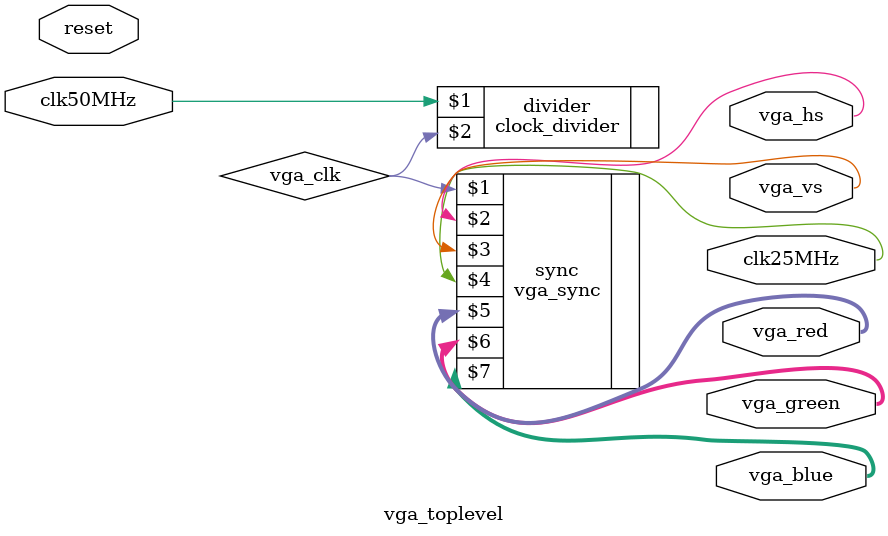
<source format=sv>
module vga_toplevel
	(
		input logic clk50MHz,
		input logic reset,
		output logic clk25MHz, 
		output logic vga_hs,
		output logic vga_vs,
		output logic [7:0] vga_red,
		output logic [7:0] vga_green,
		output logic [7:0] vga_blue
	);
	
	logic vga_clk;
	
	clock_divider divider(clk50MHz, vga_clk);
	
	vga_sync sync(vga_clk, vga_hs, vga_vs, clk25MHz, vga_red, vga_green, vga_blue);
	
endmodule
</source>
